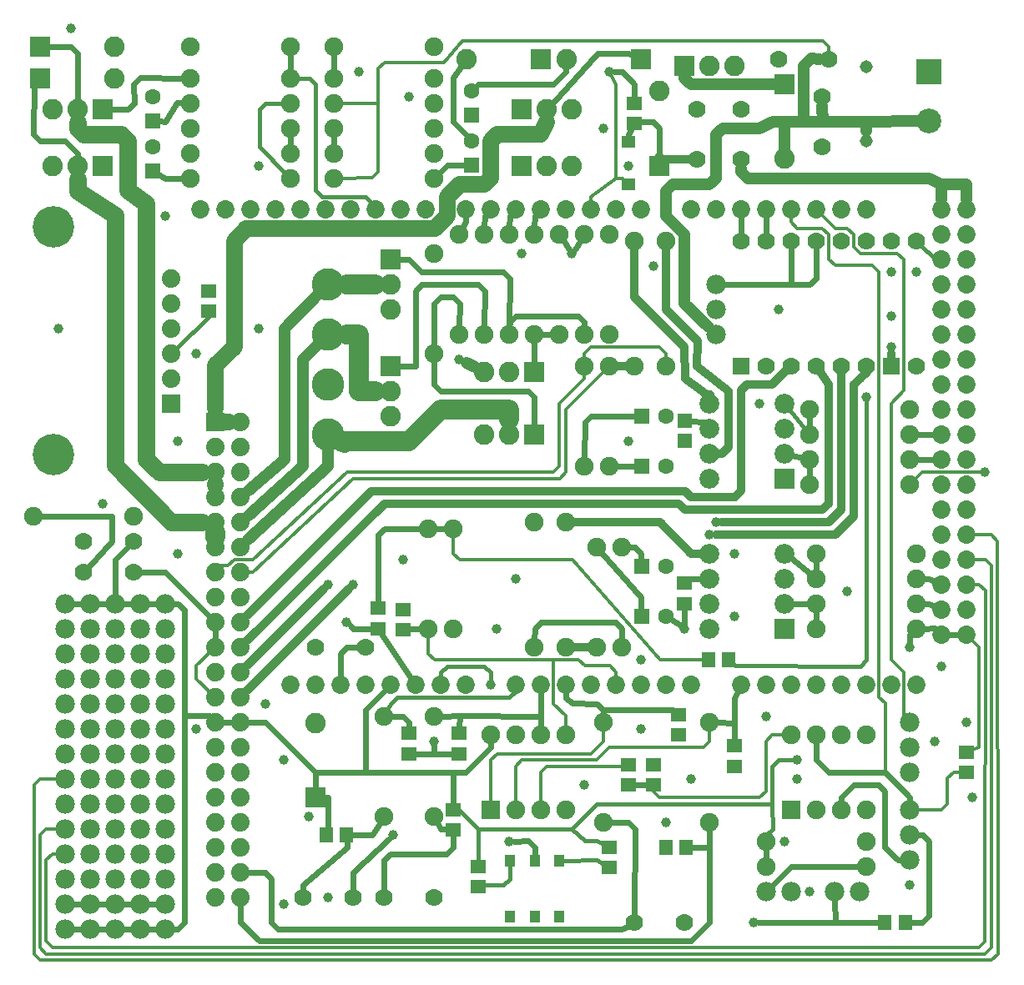
<source format=gtl>
G04 MADE WITH FRITZING*
G04 WWW.FRITZING.ORG*
G04 DOUBLE SIDED*
G04 HOLES PLATED*
G04 CONTOUR ON CENTER OF CONTOUR VECTOR*
%ASAXBY*%
%FSLAX23Y23*%
%MOIN*%
%OFA0B0*%
%SFA1.0B1.0*%
%ADD10C,0.039370*%
%ADD11C,0.074000*%
%ADD12C,0.165354*%
%ADD13C,0.070000*%
%ADD14C,0.078000*%
%ADD15C,0.075000*%
%ADD16C,0.130000*%
%ADD17C,0.072917*%
%ADD18C,0.082000*%
%ADD19C,0.051496*%
%ADD20C,0.079370*%
%ADD21C,0.062992*%
%ADD22C,0.099055*%
%ADD23R,0.039370X0.045276*%
%ADD24R,0.059055X0.055118*%
%ADD25R,0.055118X0.059055*%
%ADD26R,0.057874X0.050000*%
%ADD27R,0.074000X0.074000*%
%ADD28R,0.070000X0.070000*%
%ADD29R,0.075000X0.075000*%
%ADD30R,0.082000X0.082000*%
%ADD31R,0.079370X0.079370*%
%ADD32R,0.062992X0.062992*%
%ADD33R,0.099055X0.099055*%
%ADD34C,0.024000*%
%ADD35C,0.012000*%
%ADD36C,0.016000*%
%ADD37C,0.048000*%
%ADD38C,0.032000*%
%ADD39C,0.065000*%
%ADD40C,0.080000*%
%LNCOPPER1*%
G90*
G70*
G54D10*
X3566Y1378D03*
X2991Y1103D03*
X2441Y3303D03*
X2341Y3453D03*
X1966Y603D03*
X2491Y1328D03*
X716Y1053D03*
X2441Y2203D03*
X3041Y2728D03*
X1366Y3678D03*
X216Y3853D03*
X3116Y928D03*
X1666Y1003D03*
X2491Y1053D03*
X2591Y678D03*
X2266Y828D03*
X2691Y853D03*
X1166Y703D03*
X2366Y3678D03*
X1066Y928D03*
X1766Y2528D03*
X991Y1153D03*
X1916Y1453D03*
X3666Y1003D03*
X3691Y1303D03*
X2666Y1453D03*
X591Y3103D03*
G54D11*
X616Y2353D03*
X616Y2453D03*
X616Y2553D03*
X616Y2653D03*
X616Y2753D03*
X616Y2853D03*
G54D12*
X144Y2148D03*
X144Y3058D03*
G54D10*
X3491Y2878D03*
X3491Y2703D03*
X3491Y2578D03*
X3066Y603D03*
X3116Y853D03*
X3591Y2878D03*
X2216Y2953D03*
X2016Y2953D03*
X966Y2653D03*
X716Y2553D03*
X341Y1953D03*
X641Y2203D03*
X641Y1753D03*
X2866Y1753D03*
X2966Y2353D03*
X3391Y2378D03*
X1502Y628D03*
G54D13*
X3591Y3003D03*
X3591Y2503D03*
X3491Y3003D03*
X3491Y2503D03*
X3391Y3003D03*
X3391Y2503D03*
X3291Y3003D03*
X3291Y2503D03*
X3191Y3003D03*
X3191Y2503D03*
X3091Y3003D03*
X3091Y2503D03*
X2991Y3003D03*
X2991Y2503D03*
X2891Y3003D03*
X2891Y2503D03*
G54D10*
X3866Y2078D03*
X1566Y3578D03*
X3166Y403D03*
X3791Y1078D03*
X3816Y778D03*
X966Y3303D03*
X1891Y1228D03*
G54D14*
X191Y1553D03*
X291Y1553D03*
X391Y1553D03*
X491Y1553D03*
X591Y1553D03*
X191Y253D03*
X291Y253D03*
X391Y253D03*
X491Y253D03*
X591Y253D03*
X191Y853D03*
X191Y1153D03*
X191Y353D03*
X291Y353D03*
X391Y353D03*
X491Y353D03*
X591Y353D03*
X191Y1353D03*
X191Y1253D03*
X191Y1053D03*
X191Y753D03*
X191Y453D03*
X191Y953D03*
X191Y1453D03*
X191Y653D03*
X191Y553D03*
X291Y853D03*
X291Y1153D03*
X291Y1353D03*
X291Y1253D03*
X291Y1053D03*
X291Y753D03*
X291Y453D03*
X291Y953D03*
X291Y1453D03*
X291Y653D03*
X291Y553D03*
X391Y853D03*
X391Y1153D03*
X391Y1353D03*
X391Y1253D03*
X391Y1053D03*
X391Y753D03*
X391Y453D03*
X391Y953D03*
X391Y1453D03*
X391Y653D03*
X391Y553D03*
X491Y853D03*
X491Y1153D03*
X491Y1353D03*
X491Y1253D03*
X491Y1053D03*
X491Y753D03*
X491Y453D03*
X491Y953D03*
X491Y1453D03*
X491Y653D03*
X491Y553D03*
X591Y453D03*
X591Y553D03*
X591Y653D03*
X591Y753D03*
X591Y853D03*
X591Y953D03*
X591Y1053D03*
X591Y1153D03*
X591Y1253D03*
X591Y1353D03*
X591Y1453D03*
G54D15*
X1891Y728D03*
X1891Y1028D03*
X1991Y728D03*
X1991Y1028D03*
X2091Y728D03*
X2091Y1028D03*
X2191Y728D03*
X2191Y1028D03*
G54D16*
X1241Y2628D03*
X1241Y2828D03*
X1241Y2428D03*
X1241Y2228D03*
X1241Y2628D03*
X1241Y2828D03*
X1241Y2428D03*
X1241Y2228D03*
G54D10*
X1316Y1478D03*
X3316Y1603D03*
X2866Y1503D03*
X1991Y1653D03*
X1541Y1728D03*
X1241Y378D03*
X1066Y353D03*
X166Y2653D03*
X3566Y428D03*
X2541Y2903D03*
X2941Y278D03*
X2791Y1878D03*
X2766Y1828D03*
X1241Y1628D03*
X1341Y1628D03*
G54D15*
X3091Y728D03*
X3091Y1028D03*
X3191Y728D03*
X3191Y1028D03*
X3291Y728D03*
X3291Y1028D03*
X3391Y728D03*
X3391Y1028D03*
G54D11*
X891Y2278D03*
X891Y2178D03*
X891Y2078D03*
X891Y1978D03*
X891Y1878D03*
X891Y1778D03*
X891Y1678D03*
X891Y1578D03*
X891Y1478D03*
X891Y1378D03*
X891Y1278D03*
X891Y1178D03*
X891Y1078D03*
X891Y978D03*
X891Y878D03*
X891Y778D03*
X891Y678D03*
X891Y578D03*
X891Y478D03*
X891Y378D03*
X791Y2278D03*
X791Y2178D03*
X791Y2078D03*
X791Y1978D03*
X791Y1878D03*
X791Y1778D03*
X791Y1678D03*
X791Y1578D03*
X791Y1478D03*
X791Y1378D03*
X791Y1278D03*
X791Y1178D03*
X791Y1078D03*
X791Y978D03*
X791Y878D03*
X791Y778D03*
X791Y678D03*
X791Y578D03*
X791Y478D03*
X791Y378D03*
G54D17*
X2991Y1228D03*
X1391Y1228D03*
X3091Y1228D03*
X3191Y1228D03*
X3291Y1228D03*
X3391Y1228D03*
X3691Y2628D03*
X3491Y1228D03*
X3591Y1228D03*
X1431Y3128D03*
X1991Y1228D03*
X2091Y1228D03*
X2191Y1228D03*
X2291Y1228D03*
X3691Y1828D03*
X2391Y1228D03*
X2491Y1228D03*
X2591Y1228D03*
X2691Y1228D03*
X2191Y3128D03*
X3691Y3028D03*
X3691Y2228D03*
X3691Y1428D03*
X1031Y3128D03*
X1791Y1228D03*
X1791Y3128D03*
X3691Y2828D03*
X3691Y2428D03*
X3691Y2028D03*
X3391Y3128D03*
X3691Y1628D03*
X3291Y3128D03*
X3191Y3128D03*
X3091Y3128D03*
X2991Y3128D03*
X2891Y3128D03*
X2791Y3128D03*
X2691Y3128D03*
X831Y3128D03*
X1231Y3128D03*
X1631Y3128D03*
X1191Y1228D03*
X1591Y1228D03*
X2391Y3128D03*
X1991Y3128D03*
X3691Y3128D03*
X3691Y2928D03*
X3691Y2728D03*
X3691Y2528D03*
X3691Y2328D03*
X3691Y2128D03*
X3691Y1928D03*
X3691Y1728D03*
X3691Y1528D03*
X731Y3128D03*
X931Y3128D03*
X1131Y3128D03*
X1331Y3128D03*
X1531Y3128D03*
X1091Y1228D03*
X1291Y1228D03*
X1491Y1228D03*
X1691Y1228D03*
X2491Y3128D03*
X2291Y3128D03*
X2091Y3128D03*
X1891Y3128D03*
X3791Y3128D03*
X3791Y3028D03*
X3791Y2928D03*
X3791Y2828D03*
X3791Y2728D03*
X3791Y2628D03*
X3791Y2528D03*
X3791Y2428D03*
X3791Y2328D03*
X3791Y2228D03*
X3791Y2128D03*
X3791Y2028D03*
X3791Y1928D03*
X3791Y1828D03*
X3791Y1728D03*
X3791Y1628D03*
X3791Y1528D03*
X3791Y1428D03*
X2891Y1228D03*
G54D18*
X1491Y2503D03*
X1491Y2403D03*
X1491Y2303D03*
X2066Y2478D03*
X1966Y2478D03*
X1866Y2478D03*
X1491Y2928D03*
X1491Y2828D03*
X1491Y2728D03*
X2066Y2228D03*
X1966Y2228D03*
X1866Y2228D03*
G54D13*
X1191Y1378D03*
X1391Y1378D03*
G54D18*
X2566Y3303D03*
X2566Y3601D03*
G54D15*
X466Y1903D03*
X66Y1903D03*
G54D14*
X3566Y528D03*
X3566Y628D03*
X3566Y728D03*
X3566Y1078D03*
X3566Y978D03*
X3566Y878D03*
X2791Y2828D03*
X2791Y2728D03*
X2791Y2628D03*
G54D15*
X2991Y603D03*
X3391Y603D03*
X2991Y503D03*
X3391Y503D03*
G54D14*
X2991Y403D03*
X3091Y403D03*
X3266Y403D03*
X3366Y403D03*
G54D15*
X3591Y1453D03*
X3191Y1453D03*
X2366Y3028D03*
X2366Y2628D03*
X2266Y3028D03*
X2266Y2628D03*
X3566Y2028D03*
X3166Y2028D03*
X3591Y1753D03*
X3191Y1753D03*
X2166Y3028D03*
X2166Y2628D03*
X1666Y2953D03*
X1666Y2553D03*
X3566Y2328D03*
X3166Y2328D03*
G54D18*
X2666Y3703D03*
X2766Y3703D03*
X2866Y3703D03*
G54D13*
X3041Y3728D03*
X3241Y3728D03*
X2891Y3528D03*
X2891Y3328D03*
X3216Y3378D03*
X3216Y3578D03*
X2716Y3528D03*
X2716Y3328D03*
G54D18*
X3066Y3628D03*
X3066Y3330D03*
G54D19*
X3391Y3403D03*
X3391Y3698D03*
X3391Y3403D03*
X3391Y3698D03*
G54D20*
X3066Y1453D03*
X2766Y1453D03*
X3066Y1553D03*
X2766Y1553D03*
X3066Y1653D03*
X2766Y1653D03*
X3066Y1753D03*
X2766Y1753D03*
X3066Y2053D03*
X2766Y2053D03*
X3066Y2153D03*
X2766Y2153D03*
X3066Y2253D03*
X2766Y2253D03*
X3066Y2353D03*
X2766Y2353D03*
G54D15*
X3591Y1553D03*
X3191Y1553D03*
X1866Y3028D03*
X1866Y2628D03*
X1966Y3028D03*
X1966Y2628D03*
X3566Y2128D03*
X3166Y2128D03*
X3591Y1653D03*
X3191Y1653D03*
X2066Y3028D03*
X2066Y2628D03*
X1766Y3028D03*
X1766Y2628D03*
X3566Y2228D03*
X3166Y2228D03*
X2066Y1378D03*
X2066Y1878D03*
X2591Y2503D03*
X2591Y3003D03*
X2191Y1878D03*
X2191Y1378D03*
X2466Y3003D03*
X2466Y2503D03*
X2416Y1778D03*
X2416Y1378D03*
X2266Y2103D03*
X2266Y2503D03*
X2316Y1778D03*
X2316Y1378D03*
X2366Y2103D03*
X2366Y2503D03*
G54D21*
X2493Y1703D03*
X2591Y1703D03*
X2493Y2303D03*
X2591Y2303D03*
X2493Y1503D03*
X2591Y1503D03*
X2493Y2103D03*
X2591Y2103D03*
G54D15*
X1741Y1853D03*
X1741Y1453D03*
G54D13*
X1666Y378D03*
X1466Y378D03*
X1341Y378D03*
X1141Y378D03*
G54D15*
X1666Y703D03*
X1666Y1103D03*
X1466Y703D03*
X1466Y1103D03*
G54D18*
X1191Y778D03*
X1191Y1076D03*
G54D13*
X266Y1678D03*
X466Y1678D03*
X266Y1803D03*
X466Y1803D03*
X2666Y278D03*
X2466Y278D03*
G54D15*
X2766Y678D03*
X2766Y1078D03*
X2341Y678D03*
X2341Y1078D03*
X1641Y1853D03*
X1641Y1453D03*
X1091Y3253D03*
X691Y3253D03*
X1266Y3253D03*
X1666Y3253D03*
X1091Y3553D03*
X691Y3553D03*
X1266Y3553D03*
X1666Y3553D03*
G54D21*
X542Y3281D03*
X542Y3379D03*
X1816Y3305D03*
X1816Y3403D03*
X542Y3481D03*
X542Y3579D03*
X1816Y3505D03*
X1816Y3603D03*
G54D18*
X91Y3653D03*
X389Y3653D03*
X2091Y3728D03*
X1793Y3728D03*
X91Y3778D03*
X389Y3778D03*
X2491Y3728D03*
X2193Y3728D03*
X341Y3303D03*
X241Y3303D03*
X141Y3303D03*
X2016Y3303D03*
X2116Y3303D03*
X2216Y3303D03*
X342Y3529D03*
X242Y3529D03*
X142Y3529D03*
X2016Y3528D03*
X2116Y3528D03*
X2216Y3528D03*
G54D15*
X1091Y3353D03*
X691Y3353D03*
X1265Y3352D03*
X1665Y3352D03*
X1091Y3653D03*
X691Y3653D03*
X1265Y3652D03*
X1665Y3652D03*
X1091Y3453D03*
X691Y3453D03*
X1266Y3453D03*
X1666Y3453D03*
X1091Y3778D03*
X691Y3778D03*
X1266Y3778D03*
X1666Y3778D03*
G54D22*
X3641Y3678D03*
X3641Y3481D03*
G54D23*
X1969Y303D03*
X2068Y303D03*
X2166Y303D03*
X1969Y525D03*
X2068Y525D03*
X2166Y525D03*
G54D24*
X1841Y503D03*
X1841Y422D03*
X2366Y578D03*
X2366Y497D03*
G54D25*
X2591Y578D03*
X2672Y578D03*
G54D24*
X1441Y1453D03*
X1441Y1534D03*
G54D26*
X2441Y3228D03*
X2441Y3397D03*
G54D24*
X2641Y1028D03*
X2641Y1109D03*
X2866Y903D03*
X2866Y984D03*
X1766Y953D03*
X1766Y1034D03*
X1566Y953D03*
X1566Y1034D03*
X1541Y1528D03*
X1541Y1447D03*
X2466Y3553D03*
X2466Y3472D03*
X3791Y878D03*
X3791Y959D03*
G54D25*
X3466Y278D03*
X3547Y278D03*
G54D24*
X2441Y828D03*
X2441Y909D03*
X2541Y828D03*
X2541Y909D03*
X2666Y1553D03*
X2666Y1634D03*
X766Y2803D03*
X766Y2722D03*
X1741Y728D03*
X1741Y647D03*
G54D25*
X1235Y628D03*
X1316Y628D03*
X2841Y1328D03*
X2760Y1328D03*
G54D27*
X616Y2353D03*
G54D28*
X2891Y2503D03*
X3491Y2503D03*
G54D29*
X1891Y728D03*
X3091Y728D03*
G54D27*
X791Y2278D03*
G54D30*
X1491Y2503D03*
X2066Y2478D03*
X1491Y2928D03*
X2066Y2228D03*
X2566Y3302D03*
X2666Y3703D03*
X3066Y3629D03*
G54D31*
X3066Y1453D03*
X3066Y2053D03*
G54D32*
X2493Y1703D03*
X2493Y2303D03*
X2493Y1503D03*
X2493Y2103D03*
G54D30*
X1191Y777D03*
G54D32*
X542Y3281D03*
X1816Y3305D03*
X542Y3481D03*
X1816Y3505D03*
G54D30*
X90Y3653D03*
X2092Y3728D03*
X90Y3778D03*
X2492Y3728D03*
X341Y3303D03*
X2016Y3303D03*
X342Y3529D03*
X2016Y3528D03*
G54D33*
X3641Y3678D03*
G54D34*
X3565Y1428D02*
X3566Y1397D01*
D02*
X3571Y1433D02*
X3565Y1428D01*
D02*
X3761Y1428D02*
X3721Y1428D01*
G54D35*
D02*
X3841Y1378D02*
X3809Y1411D01*
D02*
X3815Y968D02*
X3841Y978D01*
D02*
X3841Y978D02*
X3841Y1378D01*
G54D34*
D02*
X3670Y1449D02*
X3665Y1454D01*
D02*
X3665Y1454D02*
X3620Y1453D01*
D02*
X67Y3628D02*
X69Y3630D01*
D02*
X66Y3428D02*
X67Y3628D01*
D02*
X191Y3403D02*
X91Y3403D01*
D02*
X240Y3353D02*
X191Y3403D01*
D02*
X91Y3403D02*
X66Y3428D01*
D02*
X241Y3335D02*
X240Y3353D01*
G54D36*
D02*
X2267Y604D02*
X2216Y652D01*
D02*
X1842Y428D02*
X1841Y422D01*
D02*
X1942Y428D02*
X1842Y428D01*
D02*
X1969Y508D02*
X1967Y452D01*
D02*
X1967Y452D02*
X1942Y428D01*
D02*
X1840Y604D02*
X1842Y652D01*
D02*
X1841Y525D02*
X1840Y604D01*
D02*
X2316Y528D02*
X2180Y526D01*
D02*
X2342Y512D02*
X2316Y528D01*
D02*
X2316Y604D02*
X2267Y604D01*
D02*
X2342Y590D02*
X2316Y604D01*
G54D34*
D02*
X1342Y1452D02*
X1330Y1465D01*
D02*
X1417Y1453D02*
X1342Y1452D01*
D02*
X1240Y652D02*
X1240Y779D01*
D02*
X1240Y652D02*
X1240Y652D01*
D02*
X1240Y779D02*
X1223Y779D01*
D02*
X2042Y604D02*
X1985Y603D01*
D02*
X2067Y577D02*
X2042Y604D01*
D02*
X2067Y543D02*
X2067Y577D01*
G54D35*
D02*
X2140Y2077D02*
X2166Y2103D01*
D02*
X2266Y2453D02*
X2266Y2480D01*
D02*
X2166Y2353D02*
X2266Y2453D01*
D02*
X2166Y2103D02*
X2166Y2353D01*
D02*
X1317Y2077D02*
X2140Y2077D01*
D02*
X842Y1704D02*
X867Y1728D01*
D02*
X941Y1728D02*
X1317Y2077D01*
D02*
X867Y1728D02*
X941Y1728D01*
G54D37*
D02*
X1242Y2103D02*
X1241Y2171D01*
D02*
X922Y1807D02*
X1242Y2103D01*
G54D35*
D02*
X816Y1704D02*
X842Y1704D01*
D02*
X809Y1696D02*
X816Y1704D01*
D02*
X2291Y2577D02*
X2566Y2577D01*
D02*
X2566Y2577D02*
X2591Y2553D01*
G54D34*
D02*
X2095Y2628D02*
X2138Y2628D01*
G54D35*
D02*
X2266Y2553D02*
X2291Y2577D01*
D02*
X2591Y2553D02*
X2591Y2526D01*
D02*
X2266Y2526D02*
X2266Y2553D01*
G54D34*
D02*
X1467Y1852D02*
X1613Y1853D01*
D02*
X1441Y1556D02*
X1442Y1828D01*
D02*
X1442Y1828D02*
X1467Y1852D01*
D02*
X2241Y2703D02*
X2266Y2677D01*
D02*
X1991Y2703D02*
X2241Y2703D01*
D02*
X1967Y2677D02*
X1991Y2703D01*
D02*
X2266Y2677D02*
X2266Y2657D01*
D02*
X639Y3554D02*
X591Y3479D01*
D02*
X1966Y2657D02*
X1967Y2677D01*
D02*
X1670Y1853D02*
X1713Y1853D01*
D02*
X3191Y2853D02*
X3191Y2977D01*
D02*
X3166Y2828D02*
X3191Y2853D01*
D02*
X3091Y2828D02*
X3091Y2977D01*
D02*
X3091Y2828D02*
X3166Y2828D01*
D02*
X2821Y2828D02*
X3091Y2828D01*
D02*
X2467Y1777D02*
X2445Y1777D01*
D02*
X2491Y1752D02*
X2467Y1777D01*
D02*
X591Y3479D02*
X569Y3480D01*
D02*
X2492Y1730D02*
X2491Y1752D01*
D02*
X663Y3554D02*
X639Y3554D01*
D02*
X2491Y1578D02*
X2335Y1756D01*
D02*
X3661Y2128D02*
X3595Y2128D01*
D02*
X3595Y2228D02*
X3661Y2228D01*
D02*
X1717Y3304D02*
X1789Y3304D01*
D02*
X242Y3752D02*
X216Y3777D01*
D02*
X216Y3777D02*
X123Y3778D01*
D02*
X2492Y1530D02*
X2491Y1578D01*
D02*
X1686Y3273D02*
X1717Y3304D01*
D02*
X242Y3561D02*
X242Y3752D01*
D02*
X591Y3253D02*
X566Y3268D01*
D02*
X663Y3253D02*
X591Y3253D01*
D02*
X2442Y3428D02*
X2442Y3417D01*
G54D35*
D02*
X2417Y3253D02*
X2422Y3247D01*
D02*
X2391Y3253D02*
X2417Y3253D01*
G54D34*
D02*
X2454Y3450D02*
X2442Y3428D01*
G54D35*
D02*
X2391Y3253D02*
X2291Y3178D01*
G54D34*
D02*
X2466Y3628D02*
X2417Y3677D01*
D02*
X2417Y3677D02*
X2385Y3678D01*
D02*
X2466Y3575D02*
X2466Y3628D01*
G54D36*
D02*
X3667Y2928D02*
X3606Y2989D01*
D02*
X3667Y2928D02*
X3667Y2928D01*
G54D35*
D02*
X2291Y3178D02*
X2291Y3153D01*
D02*
X2391Y3628D02*
X2391Y3253D01*
D02*
X2372Y3666D02*
X2391Y3628D01*
G54D36*
D02*
X1842Y652D02*
X2216Y652D01*
D02*
X2316Y753D02*
X3016Y753D01*
D02*
X2216Y652D02*
X2316Y753D01*
D02*
X1766Y728D02*
X1842Y652D01*
D02*
X1765Y728D02*
X1766Y728D01*
G54D35*
D02*
X2341Y1003D02*
X2341Y1055D01*
D02*
X1917Y953D02*
X2291Y952D01*
D02*
X2291Y952D02*
X2341Y1003D01*
D02*
X1891Y751D02*
X1891Y928D01*
D02*
X1891Y928D02*
X1917Y953D01*
G54D34*
D02*
X2517Y828D02*
X2465Y828D01*
G54D35*
D02*
X2416Y903D02*
X2116Y903D01*
D02*
X2116Y903D02*
X2091Y878D01*
D02*
X2417Y903D02*
X2416Y903D01*
D02*
X2091Y878D02*
X2091Y751D01*
G54D36*
D02*
X3041Y928D02*
X3103Y928D01*
D02*
X3016Y903D02*
X3041Y928D01*
G54D35*
D02*
X2366Y978D02*
X2741Y978D01*
D02*
X2316Y928D02*
X2366Y978D01*
D02*
X2741Y978D02*
X2766Y1003D01*
D02*
X2766Y1003D02*
X2766Y1055D01*
D02*
X2016Y928D02*
X2316Y928D01*
D02*
X1991Y903D02*
X2016Y928D01*
D02*
X1991Y751D02*
X1991Y903D01*
G54D34*
D02*
X2991Y574D02*
X2991Y532D01*
G54D35*
D02*
X3016Y1028D02*
X2991Y1003D01*
D02*
X2566Y778D02*
X2541Y803D01*
D02*
X2966Y778D02*
X2566Y778D01*
D02*
X2541Y803D02*
X2541Y806D01*
D02*
X2991Y1003D02*
X2991Y803D01*
D02*
X3068Y1028D02*
X3016Y1028D01*
D02*
X2991Y803D02*
X2966Y778D01*
G54D34*
D02*
X1613Y1453D02*
X1591Y1453D01*
D02*
X1591Y1453D02*
X1565Y1450D01*
D02*
X1679Y677D02*
X1691Y652D01*
D02*
X1691Y652D02*
X1717Y650D01*
D02*
X1566Y1078D02*
X1566Y1056D01*
D02*
X1495Y1103D02*
X1541Y1103D01*
D02*
X1541Y1103D02*
X1566Y1078D01*
D02*
X1666Y953D02*
X1590Y953D01*
D02*
X1666Y953D02*
X1742Y953D01*
D02*
X1666Y984D02*
X1666Y953D01*
D02*
X2491Y3478D02*
X2490Y3478D01*
D02*
X2542Y3477D02*
X2491Y3478D01*
D02*
X2566Y3453D02*
X2542Y3477D01*
D02*
X2566Y3335D02*
X2566Y3453D01*
D02*
X1091Y3749D02*
X1091Y3682D01*
D02*
X1265Y3681D02*
X1266Y3749D01*
D02*
X2865Y1076D02*
X2795Y1077D01*
D02*
X2865Y1076D02*
X2865Y1176D01*
D02*
X2865Y1176D02*
X2878Y1201D01*
D02*
X2866Y1006D02*
X2865Y1076D01*
D02*
X3267Y277D02*
X3266Y373D01*
G54D35*
D02*
X3741Y878D02*
X3767Y878D01*
D02*
X3715Y854D02*
X3741Y878D01*
G54D37*
D02*
X1793Y2515D02*
X1828Y2497D01*
G54D34*
D02*
X1574Y1253D02*
X1456Y1431D01*
D02*
X2666Y1531D02*
X2666Y1472D01*
D02*
X2691Y1652D02*
X2690Y1651D01*
D02*
X2735Y1653D02*
X2691Y1652D01*
D02*
X2741Y2278D02*
X2690Y2282D01*
D02*
X2744Y2275D02*
X2741Y2278D01*
D02*
X2650Y1464D02*
X2614Y1488D01*
G54D36*
D02*
X766Y2722D02*
X767Y2702D01*
D02*
X767Y2702D02*
X634Y2571D01*
G54D35*
D02*
X2217Y1728D02*
X2567Y1328D01*
D02*
X1767Y1728D02*
X2217Y1728D01*
D02*
X2567Y1328D02*
X2738Y1328D01*
D02*
X1742Y1753D02*
X1767Y1728D01*
D02*
X1741Y1830D02*
X1742Y1753D01*
G54D34*
D02*
X561Y353D02*
X521Y353D01*
D02*
X461Y353D02*
X421Y353D01*
D02*
X361Y353D02*
X321Y353D01*
D02*
X261Y353D02*
X221Y353D01*
G54D38*
D02*
X3491Y2553D02*
X3491Y2535D01*
G54D34*
D02*
X2206Y2969D02*
X2182Y3004D01*
D02*
X2227Y2969D02*
X2250Y3004D01*
D02*
X1340Y477D02*
X1341Y404D01*
D02*
X1488Y615D02*
X1340Y477D01*
G54D36*
D02*
X2867Y1304D02*
X3367Y1302D01*
D02*
X3367Y1302D02*
X3391Y1328D01*
D02*
X3391Y1328D02*
X3391Y2365D01*
D02*
X2863Y1307D02*
X2867Y1304D01*
G54D35*
D02*
X3616Y2078D02*
X3853Y2078D01*
D02*
X3582Y2044D02*
X3616Y2078D01*
G54D34*
D02*
X642Y252D02*
X621Y253D01*
D02*
X521Y253D02*
X561Y253D01*
D02*
X667Y277D02*
X642Y252D01*
G54D35*
D02*
X716Y1252D02*
X716Y1304D01*
D02*
X773Y1196D02*
X716Y1252D01*
D02*
X716Y1304D02*
X773Y1360D01*
G54D34*
D02*
X492Y1678D02*
X591Y1677D01*
D02*
X591Y1677D02*
X769Y1500D01*
D02*
X791Y1409D02*
X791Y1447D01*
D02*
X461Y1553D02*
X421Y1553D01*
D02*
X561Y1553D02*
X521Y1553D01*
G54D35*
D02*
X141Y553D02*
X167Y553D01*
D02*
X91Y853D02*
X167Y853D01*
D02*
X116Y653D02*
X167Y653D01*
G54D34*
D02*
X221Y253D02*
X261Y253D01*
D02*
X321Y253D02*
X361Y253D01*
D02*
X421Y253D02*
X461Y253D01*
G54D36*
D02*
X1517Y1179D02*
X1491Y1153D01*
D02*
X1966Y1177D02*
X1517Y1179D01*
D02*
X1991Y1203D02*
X1966Y1177D01*
D02*
X1491Y1153D02*
X1476Y1124D01*
D02*
X1717Y1303D02*
X1691Y1277D01*
D02*
X1866Y1303D02*
X1717Y1303D01*
D02*
X1891Y1277D02*
X1866Y1303D01*
D02*
X1691Y1277D02*
X1691Y1253D01*
D02*
X1891Y1241D02*
X1891Y1277D01*
G54D34*
D02*
X391Y1728D02*
X448Y1785D01*
D02*
X391Y1583D02*
X391Y1728D01*
D02*
X261Y1553D02*
X221Y1553D01*
D02*
X361Y1553D02*
X321Y1553D01*
G54D36*
D02*
X1991Y1203D02*
X1991Y1203D01*
G54D34*
D02*
X3267Y277D02*
X3444Y278D01*
D02*
X2960Y278D02*
X3267Y277D01*
D02*
X2091Y1103D02*
X2091Y1057D01*
D02*
X1191Y878D02*
X1191Y810D01*
G54D37*
D02*
X3391Y3479D02*
X3391Y3441D01*
D02*
X3217Y3479D02*
X3216Y3541D01*
D02*
X2691Y3628D02*
X3023Y3628D01*
D02*
X2666Y3653D02*
X2691Y3628D01*
D02*
X2666Y3660D02*
X2666Y3653D01*
D02*
X2617Y3228D02*
X2591Y3203D01*
D02*
X2666Y2753D02*
X2762Y2657D01*
D02*
X2666Y3028D02*
X2666Y2753D01*
D02*
X2591Y3103D02*
X2666Y3028D01*
D02*
X2591Y3203D02*
X2591Y3103D01*
D02*
X2766Y3228D02*
X2617Y3228D01*
D02*
X2791Y3253D02*
X2766Y3228D01*
D02*
X2817Y3453D02*
X2791Y3428D01*
D02*
X2966Y3453D02*
X2817Y3453D01*
D02*
X3017Y3477D02*
X2966Y3453D01*
D02*
X2791Y3428D02*
X2791Y3253D01*
D02*
X3066Y3479D02*
X3017Y3477D01*
D02*
X3142Y3703D02*
X3172Y3730D01*
D02*
X3172Y3730D02*
X3204Y3729D01*
D02*
X3142Y3477D02*
X3142Y3703D01*
D02*
X1067Y2653D02*
X1201Y2788D01*
D02*
X1067Y2128D02*
X1067Y2653D01*
D02*
X923Y2005D02*
X1067Y2128D01*
D02*
X1142Y2528D02*
X1201Y2587D01*
D02*
X1142Y2103D02*
X1142Y2528D01*
D02*
X923Y1906D02*
X1142Y2103D01*
G54D39*
D02*
X845Y2278D02*
X838Y2278D01*
G54D38*
D02*
X2282Y1378D02*
X2225Y1378D01*
G54D34*
D02*
X1741Y878D02*
X1741Y750D01*
G54D35*
D02*
X2142Y1152D02*
X2191Y1104D01*
D02*
X2191Y1104D02*
X2191Y1051D01*
D02*
X2142Y1328D02*
X2142Y1152D01*
D02*
X2142Y1328D02*
X2242Y1328D01*
D02*
X2367Y1304D02*
X2391Y1277D01*
D02*
X2267Y1304D02*
X2367Y1304D01*
D02*
X2242Y1328D02*
X2267Y1304D01*
D02*
X1667Y1328D02*
X2142Y1328D01*
D02*
X1642Y1352D02*
X1667Y1328D01*
D02*
X2391Y1277D02*
X2391Y1253D01*
D02*
X1641Y1430D02*
X1642Y1352D01*
G54D34*
D02*
X1767Y1104D02*
X1766Y1056D01*
D02*
X2091Y1103D02*
X2091Y1198D01*
D02*
X1767Y1104D02*
X2091Y1103D01*
D02*
X1695Y1103D02*
X1767Y1104D01*
D02*
X1891Y978D02*
X1891Y999D01*
D02*
X1791Y878D02*
X1891Y978D01*
D02*
X1741Y878D02*
X1791Y878D01*
G54D37*
D02*
X3142Y3477D02*
X3217Y3479D01*
D02*
X3391Y3479D02*
X3589Y3481D01*
D02*
X3217Y3479D02*
X3391Y3479D01*
D02*
X3066Y3479D02*
X3142Y3477D01*
D02*
X3066Y3373D02*
X3066Y3479D01*
G54D34*
D02*
X378Y1902D02*
X95Y1903D01*
D02*
X378Y1802D02*
X378Y1902D01*
D02*
X284Y1697D02*
X378Y1802D01*
G54D40*
D02*
X1291Y2203D02*
X1566Y2203D01*
D02*
X1566Y2203D02*
X1691Y2328D01*
D02*
X1691Y2328D02*
X1966Y2328D01*
D02*
X1966Y2328D02*
X1966Y2288D01*
D02*
X1307Y2195D02*
X1291Y2203D01*
D02*
X1366Y2628D02*
X1366Y2403D01*
D02*
X1366Y2403D02*
X1431Y2403D01*
D02*
X1315Y2628D02*
X1366Y2628D01*
D02*
X1315Y2828D02*
X1431Y2828D01*
G54D34*
D02*
X667Y1028D02*
X667Y277D01*
D02*
X667Y1104D02*
X667Y1028D01*
G54D35*
D02*
X3416Y2904D02*
X3267Y2904D01*
D02*
X3116Y3052D02*
X3091Y3077D01*
D02*
X3242Y3028D02*
X3216Y3052D01*
D02*
X3242Y2928D02*
X3242Y3028D01*
D02*
X3267Y2904D02*
X3242Y2928D01*
D02*
X3216Y3052D02*
X3116Y3052D01*
D02*
X3091Y3077D02*
X3091Y3103D01*
D02*
X3442Y2877D02*
X3416Y2904D01*
D02*
X3442Y2428D02*
X3442Y2877D01*
D02*
X3440Y1428D02*
X3442Y2428D01*
D02*
X3516Y2952D02*
X3542Y2928D01*
D02*
X3342Y2977D02*
X3367Y2952D01*
D02*
X3367Y2952D02*
X3516Y2952D01*
D02*
X3542Y2404D02*
X3491Y2352D01*
D02*
X3542Y2928D02*
X3542Y2404D01*
D02*
X3340Y3028D02*
X3342Y2977D01*
D02*
X3267Y3052D02*
X3316Y3052D01*
D02*
X3316Y3052D02*
X3340Y3028D01*
D02*
X3209Y3111D02*
X3267Y3052D01*
D02*
X3541Y1102D02*
X3549Y1095D01*
D02*
X3541Y1278D02*
X3541Y1102D01*
D02*
X3491Y1328D02*
X3541Y1278D01*
D02*
X3491Y2352D02*
X3491Y1328D01*
G54D34*
D02*
X1316Y1378D02*
X1365Y1378D01*
D02*
X1291Y1353D02*
X1316Y1378D01*
D02*
X1291Y1258D02*
X1291Y1353D01*
G54D35*
D02*
X91Y179D02*
X116Y152D01*
D02*
X91Y628D02*
X91Y179D01*
D02*
X116Y653D02*
X91Y628D01*
D02*
X3866Y153D02*
X3891Y177D01*
D02*
X3891Y1704D02*
X3867Y1728D01*
D02*
X116Y152D02*
X3866Y153D01*
D02*
X3891Y177D02*
X3891Y1704D01*
D02*
X3867Y1728D02*
X3816Y1728D01*
D02*
X67Y828D02*
X67Y152D01*
D02*
X91Y853D02*
X67Y828D01*
D02*
X67Y152D02*
X91Y128D01*
D02*
X116Y528D02*
X116Y204D01*
D02*
X141Y553D02*
X116Y528D01*
D02*
X116Y204D02*
X140Y177D01*
D02*
X3840Y177D02*
X3866Y203D01*
D02*
X3867Y1604D02*
X3841Y1628D01*
G54D34*
D02*
X991Y478D02*
X1016Y453D01*
D02*
X1016Y453D02*
X1016Y277D01*
D02*
X1042Y252D02*
X2416Y252D01*
D02*
X1016Y277D02*
X1042Y252D01*
D02*
X922Y478D02*
X991Y478D01*
D02*
X2416Y252D02*
X2443Y266D01*
D02*
X2691Y204D02*
X967Y204D01*
D02*
X967Y204D02*
X891Y278D01*
D02*
X891Y278D02*
X891Y347D01*
D02*
X2766Y278D02*
X2691Y204D01*
D02*
X2766Y578D02*
X2766Y278D01*
G54D35*
D02*
X140Y177D02*
X3840Y177D01*
D02*
X3866Y203D02*
X3867Y1604D01*
D02*
X3841Y1628D02*
X3816Y1628D01*
D02*
X3891Y128D02*
X3917Y153D01*
D02*
X3915Y1802D02*
X3891Y1828D01*
D02*
X91Y128D02*
X3891Y128D01*
D02*
X3917Y153D02*
X3915Y1802D01*
D02*
X3891Y1828D02*
X3816Y1828D01*
G54D34*
D02*
X667Y1128D02*
X667Y1104D01*
D02*
X642Y1553D02*
X667Y1528D01*
D02*
X667Y1528D02*
X667Y1128D01*
D02*
X621Y1553D02*
X642Y1553D01*
D02*
X767Y1104D02*
X770Y1101D01*
D02*
X667Y1104D02*
X767Y1104D01*
D02*
X3616Y279D02*
X3642Y304D01*
D02*
X3569Y278D02*
X3616Y279D01*
D02*
X3642Y304D02*
X3642Y603D01*
D02*
X1191Y878D02*
X991Y1078D01*
D02*
X1391Y878D02*
X1291Y878D01*
D02*
X1291Y878D02*
X1191Y878D01*
D02*
X1741Y878D02*
X1391Y878D01*
D02*
X3617Y628D02*
X3596Y628D01*
D02*
X3642Y603D02*
X3617Y628D01*
G54D38*
D02*
X2667Y2003D02*
X2691Y1977D01*
D02*
X1415Y2002D02*
X2667Y2003D01*
D02*
X2691Y1977D02*
X2867Y1977D01*
D02*
X2891Y2004D02*
X2891Y2404D01*
D02*
X2916Y2428D02*
X3016Y2428D01*
D02*
X3016Y2428D02*
X3069Y2481D01*
D02*
X2891Y2404D02*
X2916Y2428D01*
D02*
X2867Y1977D02*
X2891Y2004D01*
D02*
X917Y1504D02*
X1415Y2002D01*
G54D34*
D02*
X2091Y1477D02*
X2067Y1452D01*
D02*
X2391Y1477D02*
X2091Y1477D01*
D02*
X2416Y1452D02*
X2391Y1477D01*
D02*
X2067Y1452D02*
X2066Y1407D01*
D02*
X2416Y1407D02*
X2416Y1452D01*
G54D38*
D02*
X917Y1204D02*
X1324Y1611D01*
D02*
X917Y1304D02*
X1224Y1611D01*
D02*
X3342Y2428D02*
X3367Y2452D01*
D02*
X3391Y2477D02*
X3391Y2471D01*
D02*
X3367Y2452D02*
X3391Y2477D01*
D02*
X3341Y1902D02*
X3342Y2428D01*
D02*
X3267Y1828D02*
X3341Y1902D01*
D02*
X2791Y1828D02*
X3267Y1828D01*
D02*
X3241Y1878D02*
X3291Y1928D01*
D02*
X3291Y1928D02*
X3291Y2471D01*
D02*
X2816Y1878D02*
X3241Y1878D01*
D02*
X3216Y1928D02*
X3242Y1952D01*
D02*
X3242Y2428D02*
X3209Y2477D01*
D02*
X1467Y1952D02*
X2642Y1953D01*
D02*
X2642Y1953D02*
X2667Y1928D01*
D02*
X2667Y1928D02*
X3216Y1928D01*
D02*
X3242Y1952D02*
X3242Y2428D01*
D02*
X917Y1404D02*
X1467Y1952D01*
G54D35*
D02*
X3441Y1178D02*
X3440Y1428D01*
D02*
X3467Y1154D02*
X3441Y1178D01*
D02*
X3467Y878D02*
X3467Y1154D01*
G54D34*
D02*
X2991Y3098D02*
X2991Y3029D01*
D02*
X2891Y3098D02*
X2891Y3029D01*
D02*
X3642Y1552D02*
X3620Y1553D01*
D02*
X3642Y1652D02*
X3620Y1653D01*
D02*
X3664Y1642D02*
X3642Y1652D01*
D02*
X3664Y1542D02*
X3642Y1552D01*
G54D35*
D02*
X3691Y728D02*
X3716Y753D01*
D02*
X3716Y753D02*
X3715Y854D01*
D02*
X3591Y728D02*
X3691Y728D01*
D02*
X2167Y2052D02*
X2191Y2078D01*
D02*
X1342Y2053D02*
X2167Y2052D01*
G54D40*
D02*
X791Y1819D02*
X791Y1837D01*
G54D35*
D02*
X2191Y2328D02*
X2350Y2487D01*
D02*
X2191Y2078D02*
X2191Y2328D01*
D02*
X942Y1677D02*
X1342Y2053D01*
D02*
X917Y1678D02*
X942Y1677D01*
G54D34*
D02*
X991Y1078D02*
X922Y1078D01*
G54D39*
D02*
X791Y2025D02*
X791Y2031D01*
G54D34*
D02*
X822Y1078D02*
X860Y1078D01*
D02*
X1391Y1077D02*
X1391Y878D01*
D02*
X1391Y1128D02*
X1391Y1077D01*
D02*
X1466Y1203D02*
X1391Y1128D01*
D02*
X1470Y1207D02*
X1466Y1203D01*
G54D38*
D02*
X2466Y2778D02*
X2465Y2876D01*
D02*
X2666Y2577D02*
X2466Y2778D01*
D02*
X2465Y2876D02*
X2466Y2969D01*
G54D34*
D02*
X1566Y2928D02*
X1616Y2877D01*
G54D38*
D02*
X2667Y2453D02*
X2666Y2577D01*
G54D34*
D02*
X1523Y2928D02*
X1566Y2928D01*
D02*
X1616Y2877D02*
X1942Y2877D01*
G54D38*
D02*
X2767Y2377D02*
X2667Y2453D01*
D02*
X2767Y2389D02*
X2767Y2377D01*
G54D34*
D02*
X1591Y2803D02*
X1616Y2828D01*
D02*
X1616Y2828D02*
X1842Y2828D01*
D02*
X1842Y2828D02*
X1867Y2803D01*
D02*
X1967Y2853D02*
X1966Y2657D01*
D02*
X1967Y3103D02*
X1970Y3107D01*
D02*
X1966Y3057D02*
X1967Y3103D01*
D02*
X2067Y3103D02*
X2070Y3107D01*
D02*
X2066Y3057D02*
X2067Y3103D01*
D02*
X1942Y2877D02*
X1967Y2853D01*
D02*
X1591Y2503D02*
X1591Y2803D01*
D02*
X1523Y2503D02*
X1591Y2503D01*
D02*
X1867Y2803D02*
X1866Y2657D01*
D02*
X1791Y3078D02*
X1791Y3098D01*
D02*
X1867Y3103D02*
X1870Y3107D01*
D02*
X1866Y3057D02*
X1867Y3103D01*
D02*
X1779Y3054D02*
X1791Y3078D01*
G54D35*
D02*
X3217Y3802D02*
X3241Y3778D01*
D02*
X3241Y3778D02*
X3241Y3749D01*
D02*
X1441Y3691D02*
X1441Y3552D01*
D02*
X1704Y3715D02*
X1778Y3802D01*
D02*
X1778Y3802D02*
X3217Y3802D01*
D02*
X1441Y3552D02*
X1441Y3278D01*
D02*
X1441Y3278D02*
X1417Y3254D01*
D02*
X1467Y3715D02*
X1704Y3715D01*
D02*
X1467Y3715D02*
X1441Y3691D01*
D02*
X1417Y3254D02*
X1289Y3253D01*
G54D36*
D02*
X967Y3377D02*
X1075Y3269D01*
G54D35*
D02*
X1441Y3552D02*
X1289Y3553D01*
G54D36*
D02*
X967Y3528D02*
X967Y3377D01*
D02*
X1068Y3553D02*
X991Y3552D01*
D02*
X991Y3552D02*
X967Y3528D01*
G54D34*
D02*
X1741Y3654D02*
X1775Y3702D01*
D02*
X1742Y3479D02*
X1741Y3654D01*
D02*
X1797Y3422D02*
X1742Y3479D01*
D02*
X2442Y3753D02*
X2317Y3753D01*
D02*
X2463Y3743D02*
X2442Y3753D01*
D02*
X2317Y3753D02*
X2138Y3552D01*
D02*
X440Y3528D02*
X374Y3529D01*
D02*
X467Y3552D02*
X440Y3528D01*
D02*
X465Y3628D02*
X467Y3552D01*
D02*
X491Y3654D02*
X465Y3628D01*
D02*
X663Y3653D02*
X491Y3654D01*
D02*
X1841Y3628D02*
X1835Y3622D01*
D02*
X2141Y3628D02*
X1841Y3628D01*
D02*
X2191Y3678D02*
X2141Y3628D01*
D02*
X2192Y3696D02*
X2191Y3678D01*
D02*
X3191Y928D02*
X3191Y999D01*
D02*
X3240Y879D02*
X3191Y928D01*
D02*
X3467Y878D02*
X3240Y879D01*
D02*
X3566Y779D02*
X3467Y878D01*
D02*
X3566Y758D02*
X3566Y779D01*
D02*
X1742Y2777D02*
X1767Y2753D01*
D02*
X1767Y2753D02*
X1766Y2657D01*
D02*
X1666Y2428D02*
X1666Y2524D01*
D02*
X1691Y2403D02*
X1666Y2428D01*
D02*
X2042Y2403D02*
X1691Y2403D01*
D02*
X2066Y2377D02*
X2042Y2403D01*
D02*
X1666Y2753D02*
X1691Y2778D01*
D02*
X1666Y2582D02*
X1666Y2753D01*
D02*
X1691Y2778D02*
X1742Y2777D01*
D02*
X2066Y2260D02*
X2066Y2377D01*
D02*
X2066Y2599D02*
X2066Y2510D01*
G54D38*
D02*
X2566Y3328D02*
X2685Y3328D01*
D02*
X2566Y3341D02*
X2566Y3328D01*
D02*
X2567Y1877D02*
X2225Y1878D01*
D02*
X2691Y1753D02*
X2567Y1877D01*
D02*
X2730Y1753D02*
X2691Y1753D01*
D02*
X2842Y2403D02*
X2842Y2177D01*
D02*
X2842Y2177D02*
X2816Y2152D01*
D02*
X2717Y2603D02*
X2716Y2503D01*
D02*
X2591Y2728D02*
X2717Y2603D01*
D02*
X2716Y2503D02*
X2842Y2403D01*
D02*
X2816Y2152D02*
X2803Y2153D01*
D02*
X2591Y2969D02*
X2591Y2728D01*
G54D34*
D02*
X3466Y577D02*
X3517Y528D01*
D02*
X3517Y528D02*
X3536Y528D01*
D02*
X3466Y803D02*
X3466Y577D01*
D02*
X3442Y828D02*
X3466Y803D01*
D02*
X3342Y828D02*
X3442Y828D01*
D02*
X3291Y777D02*
X3342Y828D01*
D02*
X3291Y757D02*
X3291Y777D01*
D02*
X3091Y503D02*
X3363Y503D01*
D02*
X3013Y424D02*
X3091Y503D01*
D02*
X3191Y1724D02*
X3191Y1682D01*
D02*
X3166Y2328D02*
X3166Y2257D01*
D02*
X3191Y1524D02*
X3191Y1482D01*
D02*
X3166Y2099D02*
X3166Y2057D01*
D02*
X3097Y1553D02*
X3163Y1553D01*
D02*
X3090Y1734D02*
X3169Y1671D01*
G54D37*
D02*
X3791Y3228D02*
X3791Y3169D01*
D02*
X3691Y3228D02*
X3791Y3228D01*
D02*
X2917Y3252D02*
X2891Y3278D01*
D02*
X3641Y3252D02*
X2917Y3252D01*
D02*
X2891Y3278D02*
X2891Y3291D01*
D02*
X3691Y3228D02*
X3641Y3252D01*
D02*
X3691Y3169D02*
X3691Y3228D01*
G54D34*
D02*
X3096Y2146D02*
X3138Y2135D01*
G54D36*
D02*
X3082Y2333D02*
X3152Y2246D01*
G54D38*
D02*
X2400Y2503D02*
X2432Y2503D01*
G54D34*
D02*
X2466Y2103D02*
X2395Y2103D01*
D02*
X2291Y2303D02*
X2267Y2277D01*
D02*
X2267Y2277D02*
X2266Y2132D01*
D02*
X2466Y2303D02*
X2291Y2303D01*
D02*
X1091Y3424D02*
X1091Y3382D01*
D02*
X1266Y3424D02*
X1266Y3381D01*
D02*
X2766Y649D02*
X2766Y578D01*
D02*
X2766Y578D02*
X2694Y578D01*
D02*
X1741Y578D02*
X1741Y625D01*
D02*
X1716Y553D02*
X1741Y578D01*
D02*
X1567Y552D02*
X1716Y553D01*
D02*
X1491Y552D02*
X1567Y552D01*
D02*
X1466Y528D02*
X1491Y552D01*
D02*
X1466Y404D02*
X1466Y528D01*
D02*
X2442Y677D02*
X2370Y678D01*
D02*
X2467Y652D02*
X2442Y677D01*
D02*
X2466Y304D02*
X2467Y652D01*
D02*
X2616Y1128D02*
X2617Y1127D01*
D02*
X2341Y1128D02*
X2616Y1128D01*
D02*
X2316Y1153D02*
X2341Y1128D01*
D02*
X2217Y1154D02*
X2316Y1153D01*
D02*
X2191Y1176D02*
X2217Y1154D01*
D02*
X2191Y1198D02*
X2191Y1176D01*
D02*
X1317Y578D02*
X1317Y604D01*
D02*
X1141Y428D02*
X1317Y578D01*
D02*
X1141Y404D02*
X1141Y428D01*
D02*
X1417Y628D02*
X1338Y628D01*
D02*
X1451Y679D02*
X1417Y628D01*
G54D36*
D02*
X1419Y3149D02*
X1417Y3153D01*
D02*
X1417Y3153D02*
X1391Y3178D01*
D02*
X1217Y3178D02*
X1191Y3204D01*
D02*
X1391Y3178D02*
X1217Y3178D01*
D02*
X1191Y3204D02*
X1191Y3628D01*
D02*
X1191Y3628D02*
X1167Y3652D01*
D02*
X1167Y3652D02*
X1114Y3653D01*
G54D13*
D02*
X516Y3152D02*
X440Y3204D01*
D02*
X515Y2128D02*
X516Y3152D01*
D02*
X738Y2078D02*
X567Y2077D01*
D02*
X567Y2077D02*
X515Y2128D01*
D02*
X440Y3204D02*
X441Y3403D01*
D02*
X441Y3403D02*
X416Y3428D01*
D02*
X266Y3428D02*
X241Y3453D01*
D02*
X241Y3453D02*
X241Y3475D01*
D02*
X416Y3428D02*
X266Y3428D01*
G54D39*
D02*
X1866Y3228D02*
X1891Y3253D01*
D02*
X867Y2578D02*
X867Y3002D01*
D02*
X791Y2504D02*
X867Y2578D01*
D02*
X791Y2331D02*
X791Y2504D01*
D02*
X867Y3002D02*
X915Y3052D01*
D02*
X915Y3052D02*
X1667Y3052D01*
D02*
X1667Y3052D02*
X1717Y3102D01*
D02*
X1717Y3102D02*
X1717Y3178D01*
D02*
X1717Y3178D02*
X1767Y3228D01*
D02*
X1767Y3228D02*
X1866Y3228D01*
D02*
X2116Y3478D02*
X2116Y3474D01*
D02*
X2091Y3428D02*
X2116Y3478D01*
D02*
X1917Y3428D02*
X2091Y3428D01*
D02*
X1891Y3402D02*
X1917Y3428D01*
D02*
X1891Y3253D02*
X1891Y3402D01*
G54D13*
D02*
X738Y1878D02*
X616Y1877D01*
D02*
X616Y1877D02*
X391Y2104D01*
D02*
X391Y3104D02*
X241Y3203D01*
D02*
X241Y3203D02*
X241Y3249D01*
D02*
X391Y2104D02*
X391Y3104D01*
G54D34*
D02*
X2341Y1128D02*
X2341Y1107D01*
G54D36*
D02*
X3016Y753D02*
X3016Y903D01*
D02*
X3017Y653D02*
X3016Y753D01*
D02*
X2991Y628D02*
X3017Y653D01*
D02*
X2991Y626D02*
X2991Y628D01*
G36*
X2637Y2231D02*
X2696Y2231D01*
X2696Y2175D01*
X2637Y2175D01*
X2637Y2231D01*
G37*
D02*
G36*
X2637Y2311D02*
X2696Y2311D01*
X2696Y2256D01*
X2637Y2256D01*
X2637Y2311D01*
G37*
D02*
G04 End of Copper1*
M02*
</source>
